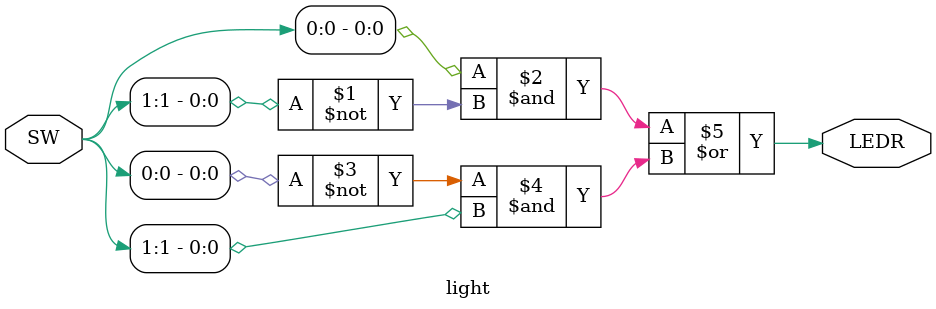
<source format=v>
module light (SW, LEDR);
	input [1:0]SW;
	output [0:0]LEDR;
	assign LEDR[0] = (SW[0] & ~SW[1])|(~SW[0] & SW[1]);
endmodule
</source>
